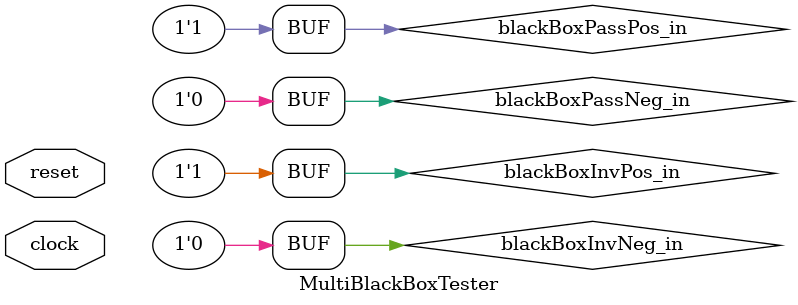
<source format=v>
module MultiBlackBoxTester(
  input   clock,
  input   reset
);
  wire  blackBoxInvPos_in; // @[BlackBox.scala 89:30]
  wire  blackBoxInvPos_out; // @[BlackBox.scala 89:30]
  wire  blackBoxInvNeg_in; // @[BlackBox.scala 90:30]
  wire  blackBoxInvNeg_out; // @[BlackBox.scala 90:30]
  wire  blackBoxPassPos_in; // @[BlackBox.scala 91:31]
  wire  blackBoxPassPos_out; // @[BlackBox.scala 91:31]
  wire  blackBoxPassNeg_in; // @[BlackBox.scala 92:31]
  wire  blackBoxPassNeg_out; // @[BlackBox.scala 92:31]
  BlackBoxInverter blackBoxInvPos ( // @[BlackBox.scala 89:30]
    .in(blackBoxInvPos_in),
    .out(blackBoxInvPos_out)
  );
  BlackBoxInverter blackBoxInvNeg ( // @[BlackBox.scala 90:30]
    .in(blackBoxInvNeg_in),
    .out(blackBoxInvNeg_out)
  );
  BlackBoxPassthrough blackBoxPassPos ( // @[BlackBox.scala 91:31]
    .in(blackBoxPassPos_in),
    .out(blackBoxPassPos_out)
  );
  BlackBoxPassthrough blackBoxPassNeg ( // @[BlackBox.scala 92:31]
    .in(blackBoxPassNeg_in),
    .out(blackBoxPassNeg_out)
  );
  assign blackBoxInvPos_in = 1'h1; // @[BlackBox.scala 94:24]
  assign blackBoxInvNeg_in = 1'h0; // @[BlackBox.scala 95:24]
  assign blackBoxPassPos_in = 1'h1; // @[BlackBox.scala 96:25]
  assign blackBoxPassNeg_in = 1'h0; // @[BlackBox.scala 97:25]
  always @(posedge clock) begin
    `ifndef SYNTHESIS
    `ifdef PRINTF_COND
      if (`PRINTF_COND) begin
    `endif
        if (~(blackBoxInvNeg_out | reset)) begin
          $fwrite(32'h80000002,"Assertion failed\n    at BlackBox.scala:99 assert(blackBoxInvNeg.io.out === 1.U)\n"); // @[BlackBox.scala 99:9]
        end
    `ifdef PRINTF_COND
      end
    `endif
    `endif // SYNTHESIS
    `ifndef SYNTHESIS
    `ifdef STOP_COND
      if (`STOP_COND) begin
    `endif
        if (~(blackBoxInvNeg_out | reset)) begin
          $fatal; // @[BlackBox.scala 99:9]
        end
    `ifdef STOP_COND
      end
    `endif
    `endif // SYNTHESIS
    `ifndef SYNTHESIS
    `ifdef PRINTF_COND
      if (`PRINTF_COND) begin
    `endif
        if (~(~blackBoxInvPos_out | reset)) begin
          $fwrite(32'h80000002,"Assertion failed\n    at BlackBox.scala:100 assert(blackBoxInvPos.io.out === 0.U)\n"); // @[BlackBox.scala 100:9]
        end
    `ifdef PRINTF_COND
      end
    `endif
    `endif // SYNTHESIS
    `ifndef SYNTHESIS
    `ifdef STOP_COND
      if (`STOP_COND) begin
    `endif
        if (~(~blackBoxInvPos_out | reset)) begin
          $fatal; // @[BlackBox.scala 100:9]
        end
    `ifdef STOP_COND
      end
    `endif
    `endif // SYNTHESIS
    `ifndef SYNTHESIS
    `ifdef PRINTF_COND
      if (`PRINTF_COND) begin
    `endif
        if (~(~blackBoxPassNeg_out | reset)) begin
          $fwrite(32'h80000002,"Assertion failed\n    at BlackBox.scala:101 assert(blackBoxPassNeg.io.out === 0.U)\n"); // @[BlackBox.scala 101:9]
        end
    `ifdef PRINTF_COND
      end
    `endif
    `endif // SYNTHESIS
    `ifndef SYNTHESIS
    `ifdef STOP_COND
      if (`STOP_COND) begin
    `endif
        if (~(~blackBoxPassNeg_out | reset)) begin
          $fatal; // @[BlackBox.scala 101:9]
        end
    `ifdef STOP_COND
      end
    `endif
    `endif // SYNTHESIS
    `ifndef SYNTHESIS
    `ifdef PRINTF_COND
      if (`PRINTF_COND) begin
    `endif
        if (~(blackBoxPassPos_out | reset)) begin
          $fwrite(32'h80000002,"Assertion failed\n    at BlackBox.scala:102 assert(blackBoxPassPos.io.out === 1.U)\n"); // @[BlackBox.scala 102:9]
        end
    `ifdef PRINTF_COND
      end
    `endif
    `endif // SYNTHESIS
    `ifndef SYNTHESIS
    `ifdef STOP_COND
      if (`STOP_COND) begin
    `endif
        if (~(blackBoxPassPos_out | reset)) begin
          $fatal; // @[BlackBox.scala 102:9]
        end
    `ifdef STOP_COND
      end
    `endif
    `endif // SYNTHESIS
    `ifndef SYNTHESIS
    `ifdef STOP_COND
      if (`STOP_COND) begin
    `endif
        if (~reset) begin
          $finish; // @[BlackBox.scala 103:7]
        end
    `ifdef STOP_COND
      end
    `endif
    `endif // SYNTHESIS
  end
endmodule

</source>
